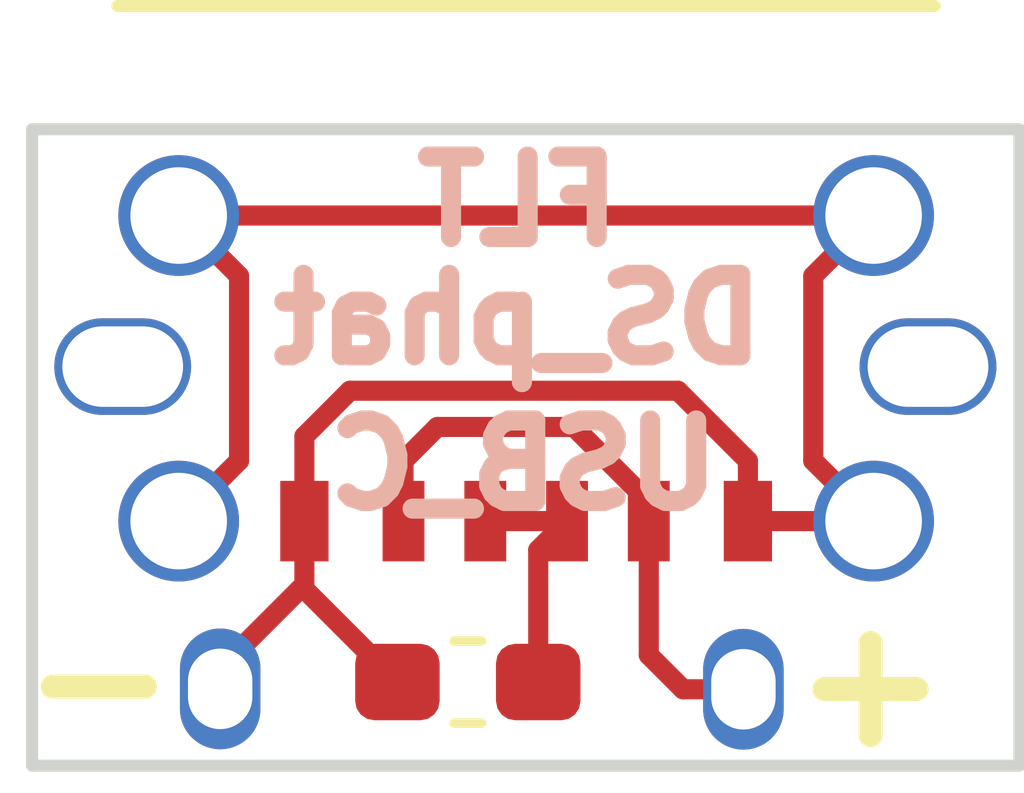
<source format=kicad_pcb>
(kicad_pcb (version 20171130) (host pcbnew 5.0.2+dfsg1-1~bpo9+1)

  (general
    (thickness 1.6)
    (drawings 9)
    (tracks 29)
    (zones 0)
    (modules 4)
    (nets 6)
  )

  (page A4)
  (layers
    (0 F.Cu signal)
    (31 B.Cu signal)
    (32 B.Adhes user)
    (33 F.Adhes user)
    (34 B.Paste user)
    (35 F.Paste user)
    (36 B.SilkS user)
    (37 F.SilkS user)
    (38 B.Mask user)
    (39 F.Mask user)
    (40 Dwgs.User user)
    (41 Cmts.User user)
    (42 Eco1.User user)
    (43 Eco2.User user)
    (44 Edge.Cuts user)
    (45 Margin user)
    (46 B.CrtYd user)
    (47 F.CrtYd user)
    (48 B.Fab user)
    (49 F.Fab user)
  )

  (setup
    (last_trace_width 0.25)
    (trace_clearance 0.2)
    (zone_clearance 0.508)
    (zone_45_only no)
    (trace_min 0.2)
    (segment_width 0.2)
    (edge_width 0.15)
    (via_size 0.8)
    (via_drill 0.4)
    (via_min_size 0.4)
    (via_min_drill 0.3)
    (uvia_size 0.3)
    (uvia_drill 0.1)
    (uvias_allowed no)
    (uvia_min_size 0.2)
    (uvia_min_drill 0.1)
    (pcb_text_width 0.3)
    (pcb_text_size 1.5 1.5)
    (mod_edge_width 0.15)
    (mod_text_size 1 1)
    (mod_text_width 0.15)
    (pad_size 1.524 1.524)
    (pad_drill 0.762)
    (pad_to_mask_clearance 0.051)
    (solder_mask_min_width 0.25)
    (aux_axis_origin 0 0)
    (visible_elements FFFFFF7F)
    (pcbplotparams
      (layerselection 0x010f0_ffffffff)
      (usegerberextensions false)
      (usegerberattributes false)
      (usegerberadvancedattributes false)
      (creategerberjobfile false)
      (excludeedgelayer true)
      (linewidth 0.100000)
      (plotframeref false)
      (viasonmask false)
      (mode 1)
      (useauxorigin false)
      (hpglpennumber 1)
      (hpglpenspeed 20)
      (hpglpendiameter 15.000000)
      (psnegative false)
      (psa4output false)
      (plotreference true)
      (plotvalue true)
      (plotinvisibletext false)
      (padsonsilk false)
      (subtractmaskfromsilk false)
      (outputformat 1)
      (mirror false)
      (drillshape 0)
      (scaleselection 1)
      (outputdirectory "gerbers/"))
  )

  (net 0 "")
  (net 1 "Net-(U1-Pad2)")
  (net 2 "Net-(U3-Pad1)")
  (net 3 "Net-(U3-Pad2)")
  (net 4 "Net-(R1-Pad1)")
  (net 5 "Net-(R1-Pad2)")

  (net_class Default "This is the default net class."
    (clearance 0.2)
    (trace_width 0.25)
    (via_dia 0.8)
    (via_drill 0.4)
    (uvia_dia 0.3)
    (uvia_drill 0.1)
    (add_net "Net-(R1-Pad1)")
    (add_net "Net-(R1-Pad2)")
    (add_net "Net-(U1-Pad2)")
    (add_net "Net-(U3-Pad1)")
    (add_net "Net-(U3-Pad2)")
  )

  (module Resistor_SMD:R_0603_1608Metric_Pad1.05x0.95mm_HandSolder (layer F.Cu) (tedit 60A3E85B) (tstamp 607B793E)
    (at 147.775 76.11 180)
    (descr "Resistor SMD 0603 (1608 Metric), square (rectangular) end terminal, IPC_7351 nominal with elongated pad for handsoldering. (Body size source: http://www.tortai-tech.com/upload/download/2011102023233369053.pdf), generated with kicad-footprint-generator")
    (tags "resistor handsolder")
    (path /606EE45F)
    (attr smd)
    (fp_text reference R1 (at 0 -1.43 180) (layer F.SilkS) hide
      (effects (font (size 1 1) (thickness 0.15)))
    )
    (fp_text value R (at 0 1.43 180) (layer F.Fab) hide
      (effects (font (size 1 1) (thickness 0.15)))
    )
    (fp_line (start -0.8 0.4) (end -0.8 -0.4) (layer F.Fab) (width 0.1))
    (fp_line (start -0.8 -0.4) (end 0.8 -0.4) (layer F.Fab) (width 0.1))
    (fp_line (start 0.8 -0.4) (end 0.8 0.4) (layer F.Fab) (width 0.1))
    (fp_line (start 0.8 0.4) (end -0.8 0.4) (layer F.Fab) (width 0.1))
    (fp_line (start -0.171267 -0.51) (end 0.171267 -0.51) (layer F.SilkS) (width 0.12))
    (fp_line (start -0.171267 0.51) (end 0.171267 0.51) (layer F.SilkS) (width 0.12))
    (fp_line (start -1.65 0.73) (end -1.65 -0.73) (layer F.CrtYd) (width 0.05))
    (fp_line (start -1.65 -0.73) (end 1.65 -0.73) (layer F.CrtYd) (width 0.05))
    (fp_line (start 1.65 -0.73) (end 1.65 0.73) (layer F.CrtYd) (width 0.05))
    (fp_line (start 1.65 0.73) (end -1.65 0.73) (layer F.CrtYd) (width 0.05))
    (fp_text user %R (at 0 0 180) (layer F.Fab)
      (effects (font (size 0.4 0.4) (thickness 0.06)))
    )
    (pad 1 smd roundrect (at -0.875 0 180) (size 1.05 0.95) (layers F.Cu F.Paste F.Mask) (roundrect_rratio 0.25)
      (net 4 "Net-(R1-Pad1)"))
    (pad 2 smd roundrect (at 0.875 0 180) (size 1.05 0.95) (layers F.Cu F.Paste F.Mask) (roundrect_rratio 0.25)
      (net 5 "Net-(R1-Pad2)"))
    (model ${KISYS3DMOD}/Resistor_SMD.3dshapes/R_0603_1608Metric.wrl
      (at (xyz 0 0 0))
      (scale (xyz 1 1 1))
      (rotate (xyz 0 0 0))
    )
  )

  (module usb_custom:USB_C_6PIN_custom (layer F.Cu) (tedit 6043C53F) (tstamp 605046CA)
    (at 148.5 74.11)
    (path /6043BD22)
    (fp_text reference U1 (at 0.1016 -10.2743) (layer F.SilkS) hide
      (effects (font (size 1 1) (thickness 0.15)))
    )
    (fp_text value usb_c_6pin (at 0.0635 -8.1026) (layer F.Fab) hide
      (effects (font (size 1 1) (thickness 0.15)))
    )
    (fp_line (start -5.08 -6.4008) (end 5.08 -6.4008) (layer F.SilkS) (width 0.15))
    (pad 3 smd rect (at -0.508 0) (size 0.52 1) (layers F.Cu F.Paste F.Mask)
      (net 4 "Net-(R1-Pad1)"))
    (pad 4 smd rect (at 0.508 0) (size 0.52 1) (layers F.Cu F.Paste F.Mask)
      (net 4 "Net-(R1-Pad1)"))
    (pad 2 smd rect (at 1.524 0) (size 0.52 1) (layers F.Cu F.Paste F.Mask)
      (net 1 "Net-(U1-Pad2)"))
    (pad 2 smd rect (at -1.524 0) (size 0.52 1) (layers F.Cu F.Paste F.Mask)
      (net 1 "Net-(U1-Pad2)"))
    (pad 1 smd rect (at 2.7559 0) (size 0.6 1) (layers F.Cu F.Paste F.Mask)
      (net 5 "Net-(R1-Pad2)"))
    (pad 1 smd rect (at -2.7559 0) (size 0.6 1) (layers F.Cu F.Paste F.Mask)
      (net 5 "Net-(R1-Pad2)"))
    (pad 1 thru_hole circle (at 4.318 0) (size 1.5 1.5) (drill 1.2) (layers *.Cu *.Mask)
      (net 5 "Net-(R1-Pad2)"))
    (pad 1 thru_hole circle (at -4.318 0) (size 1.5 1.5) (drill 1.2) (layers *.Cu *.Mask)
      (net 5 "Net-(R1-Pad2)"))
    (pad 1 thru_hole circle (at -4.318 -3.7973) (size 1.5 1.5) (drill 1.2) (layers *.Cu *.Mask)
      (net 5 "Net-(R1-Pad2)"))
    (pad 1 thru_hole circle (at 4.318 -3.7973) (size 1.5 1.5) (drill 1.2) (layers *.Cu *.Mask)
      (net 5 "Net-(R1-Pad2)"))
  )

  (module custom_connectors:ds_charger_posts (layer F.Cu) (tedit 606EDDF1) (tstamp 607B6943)
    (at 148.49 72.19)
    (path /6043C09E)
    (fp_text reference U3 (at 0.00508 -0.05588) (layer F.SilkS) hide
      (effects (font (size 1 1) (thickness 0.15)))
    )
    (fp_text value ds_charger_posts (at 0.04064 -3.4036) (layer F.Fab) hide
      (effects (font (size 1 1) (thickness 0.15)))
    )
    (pad 1 thru_hole oval (at -5.0038 0) (size 1.7 1.2) (drill oval 1.5 1) (layers *.Cu *.Mask)
      (net 2 "Net-(U3-Pad1)"))
    (pad 2 thru_hole oval (at 5.0038 0) (size 1.7 1.2) (drill oval 1.5 1) (layers *.Cu *.Mask)
      (net 3 "Net-(U3-Pad2)"))
  )

  (module custom_connectors:ds_phat_charger_pins (layer F.Cu) (tedit 60A3E934) (tstamp 60AD7540)
    (at 147.44588 76.2)
    (path /6043BDCD)
    (fp_text reference U2 (at 0.01016 -1.88468) (layer F.SilkS) hide
      (effects (font (size 1 1) (thickness 0.15)))
    )
    (fp_text value battery_custom (at 0.4064 -3.68808) (layer F.Fab) hide
      (effects (font (size 1 1) (thickness 0.15)))
    )
    (pad 1 thru_hole oval (at -2.74828 -0.00508) (size 1 1.5) (drill oval 0.8 1) (layers *.Cu *.Mask)
      (net 5 "Net-(R1-Pad2)"))
    (pad 2 thru_hole oval (at 3.75412 0) (size 1 1.5) (drill oval 0.8 1) (layers *.Cu *.Mask)
      (net 1 "Net-(U1-Pad2)"))
  )

  (gr_text USB_C (at 148.47 73.41) (layer B.SilkS)
    (effects (font (size 1 1) (thickness 0.25)) (justify mirror))
  )
  (gr_text - (at 143.19 76.06) (layer F.SilkS)
    (effects (font (size 1.5 1.5) (thickness 0.3)))
  )
  (gr_text DS_phat (at 148.4 71.6) (layer B.SilkS)
    (effects (font (size 1 1) (thickness 0.25)) (justify mirror))
  )
  (gr_line (start 154.63 77.15) (end 142.36 77.15) (layer Edge.Cuts) (width 0.15) (tstamp 607B68F8))
  (gr_line (start 154.63 69.24) (end 142.36 69.24) (layer Edge.Cuts) (width 0.15) (tstamp 607B6936))
  (gr_line (start 154.63 69.25) (end 154.63 77.14) (layer Edge.Cuts) (width 0.15) (tstamp 607B682E))
  (gr_line (start 142.36 69.26) (end 142.36 77.15) (layer Edge.Cuts) (width 0.15))
  (gr_text + (at 152.78 76.09) (layer F.SilkS)
    (effects (font (size 1.5 1.5) (thickness 0.3)))
  )
  (gr_text FLT (at 148.4 70.13) (layer B.SilkS) (tstamp 606812BA)
    (effects (font (size 1 1) (thickness 0.25)) (justify mirror))
  )

  (segment (start 146.976 73.36) (end 147.39599 72.94001) (width 0.25) (layer F.Cu) (net 1))
  (segment (start 146.976 74.11) (end 146.976 73.36) (width 0.25) (layer F.Cu) (net 1))
  (segment (start 150.024 73.87) (end 150.024 74.11) (width 0.25) (layer F.Cu) (net 1))
  (segment (start 149.09401 72.94001) (end 150.024 73.87) (width 0.25) (layer F.Cu) (net 1))
  (segment (start 147.39599 72.94001) (end 149.09401 72.94001) (width 0.25) (layer F.Cu) (net 1))
  (segment (start 150.45 76.2) (end 151.2 76.2) (width 0.25) (layer F.Cu) (net 1))
  (segment (start 150.024 75.774) (end 150.45 76.2) (width 0.25) (layer F.Cu) (net 1))
  (segment (start 150.024 74.11) (end 150.024 75.774) (width 0.25) (layer F.Cu) (net 1))
  (segment (start 148.65 74.468) (end 149.008 74.11) (width 0.25) (layer F.Cu) (net 4))
  (segment (start 148.65 76.11) (end 148.65 74.468) (width 0.25) (layer F.Cu) (net 4))
  (segment (start 147.992 74.11) (end 149.008 74.11) (width 0.25) (layer F.Cu) (net 4))
  (segment (start 152.818 74.11) (end 151.2559 74.11) (width 0.25) (layer F.Cu) (net 5))
  (segment (start 152.818 70.3127) (end 152.068001 71.062699) (width 0.25) (layer F.Cu) (net 5))
  (segment (start 152.068001 71.062699) (end 152.068001 73.360001) (width 0.25) (layer F.Cu) (net 5))
  (segment (start 152.068001 73.360001) (end 152.818 74.11) (width 0.25) (layer F.Cu) (net 5))
  (segment (start 152.818 70.3127) (end 144.182 70.3127) (width 0.25) (layer F.Cu) (net 5))
  (segment (start 144.182 74.11) (end 144.931999 73.360001) (width 0.25) (layer F.Cu) (net 5))
  (segment (start 144.931999 73.360001) (end 144.931999 71.062699) (width 0.25) (layer F.Cu) (net 5))
  (segment (start 144.931999 71.062699) (end 144.182 70.3127) (width 0.25) (layer F.Cu) (net 5))
  (segment (start 146.31 72.49) (end 145.7441 73.0559) (width 0.25) (layer F.Cu) (net 5))
  (segment (start 145.7441 73.0559) (end 145.7441 74.11) (width 0.25) (layer F.Cu) (net 5))
  (segment (start 151.2559 73.36) (end 150.3859 72.49) (width 0.25) (layer F.Cu) (net 5))
  (segment (start 150.3859 72.49) (end 146.31 72.49) (width 0.25) (layer F.Cu) (net 5))
  (segment (start 151.2559 74.11) (end 151.2559 73.36) (width 0.25) (layer F.Cu) (net 5))
  (segment (start 145.7441 74.9541) (end 146.9 76.11) (width 0.25) (layer F.Cu) (net 5))
  (segment (start 145.7441 74.11) (end 145.7441 74.9541) (width 0.25) (layer F.Cu) (net 5))
  (segment (start 145.68842 74.9541) (end 145.7441 74.9541) (width 0.25) (layer F.Cu) (net 5))
  (segment (start 144.6976 75.94492) (end 145.68842 74.9541) (width 0.25) (layer F.Cu) (net 5))
  (segment (start 144.6976 76.19492) (end 144.6976 75.94492) (width 0.25) (layer F.Cu) (net 5))

)

</source>
